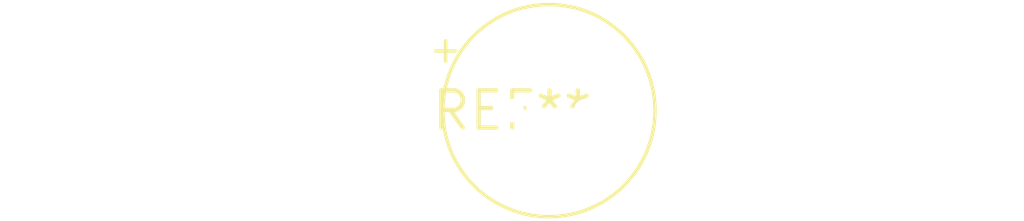
<source format=kicad_pcb>
(kicad_pcb (version 20240108) (generator pcbnew)
  (layers (0 "F.Cu" signal) (31 "B.Cu" signal) (34 "B.Paste" user) (35 "F.Paste" user) (36 "B.SilkS" user "B.Silkscreen") (37 "F.SilkS" user "F.Silkscreen") (38 "B.Mask" user) (39 "F.Mask" user) (44 "Edge.Cuts" user))
  (net 0 "")
  (footprint "CP_Radial_Tantal_D7.0mm_P2.50mm" (layer "F.Cu") (at 0 0)
    (property "Reference" "REF**")
    (property "Value" "CP_Radial_Tantal_D7.0mm_P2.50mm")
    (fp_line (start -2.624723 -2.035) (end -1.924723 -2.035) (layer "F.SilkS") (stroke (width 0.12)))
    (fp_line (start -2.274723 -2.385) (end -2.274723 -1.685) (layer "F.SilkS") (stroke (width 0.12)))
    (fp_circle (center 1.25 0) (end 4.87 0) (layer "F.SilkS") (stroke (width 0.12)) (fill none))
    (pad "1" thru_hole rect (at 0 0) (size 1.6 1.6) (drill 0.8) (layers *.Cu *.Mask) (remove_unused_layers))
    (pad "2" thru_hole circle (at 2.5 0) (size 1.6 1.6) (drill 0.8) (layers *.Cu *.Mask) (remove_unused_layers))
  )
)
</source>
